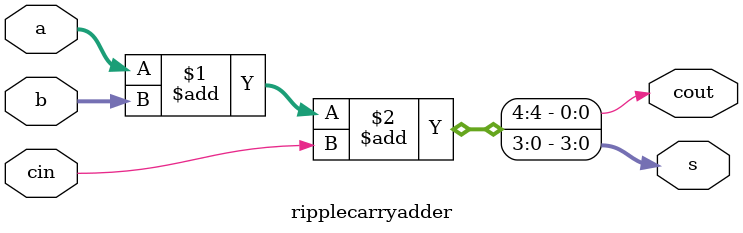
<source format=v>
`timescale 1ns / 1ps


module ripplecarryadder(s,cout,a,b,cin);
input [3:0] a,b;
input cin;
output [3:0]s;
output cout;
//always @ (a,b,cin)
assign {cout,s}=a+b+cin;
endmodule



</source>
